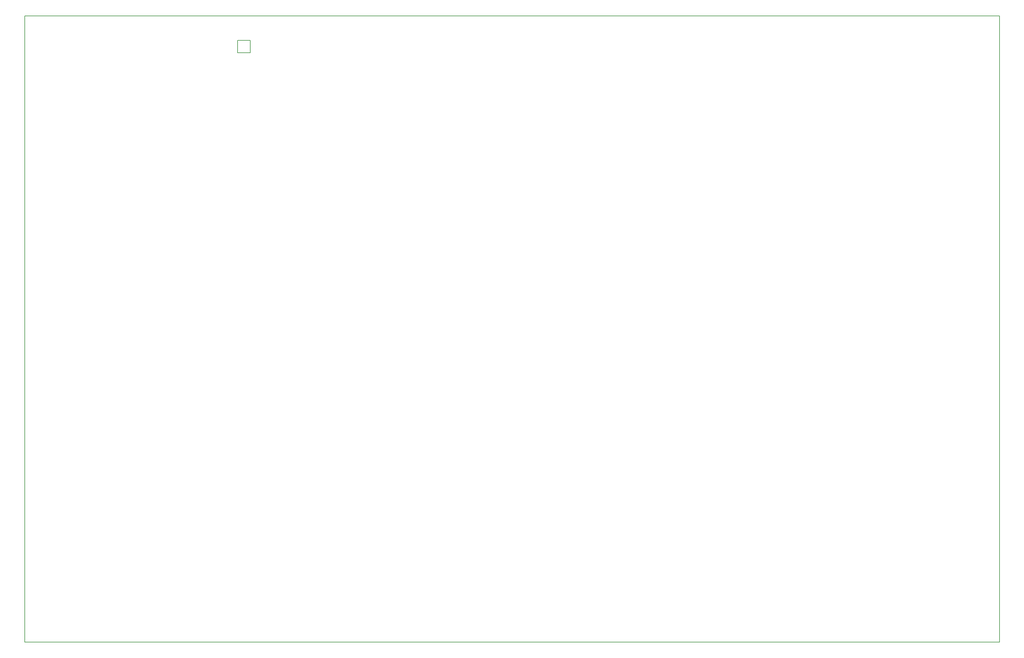
<source format=gbr>
G04 #@! TF.FileFunction,Profile,NP*
%FSLAX46Y46*%
G04 Gerber Fmt 4.6, Leading zero omitted, Abs format (unit mm)*
G04 Created by KiCad (PCBNEW 4.0.7) date Wednesday 28 November 2018 'à' 00:54:26*
%MOMM*%
%LPD*%
G01*
G04 APERTURE LIST*
%ADD10C,0.100000*%
%ADD11C,0.150000*%
G04 APERTURE END LIST*
D10*
D11*
X111180000Y-60605000D02*
X111180000Y-57030000D01*
X114780000Y-60605000D02*
X111180000Y-60605000D01*
X114780000Y-57030000D02*
X114780000Y-60605000D01*
X111180000Y-57030000D02*
X114780000Y-57030000D01*
X50000000Y-230000000D02*
X50000000Y-50000000D01*
X330000000Y-230000000D02*
X50000000Y-230000000D01*
X330000000Y-50000000D02*
X330000000Y-230000000D01*
X50000000Y-50000000D02*
X330000000Y-50000000D01*
M02*

</source>
